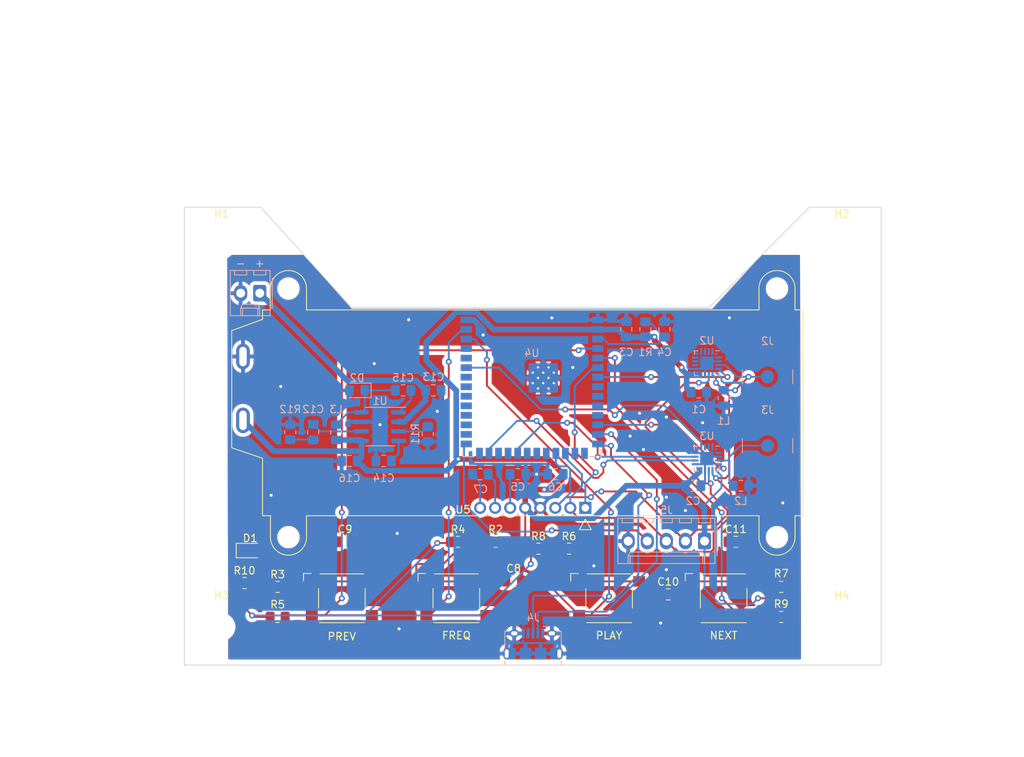
<source format=kicad_pcb>
(kicad_pcb (version 20221018) (generator pcbnew)
  (title_block (title "Phone Audio FM Transmitter") (date "2023-03-05") (rev "1") (company "Team 18"))
  (layers (0 "F.Cu" signal) (31 "B.Cu" signal) (34 "B.Paste" user) (35 "F.Paste" user) (36 "B.SilkS" user "B.Silkscreen") (37 "F.SilkS" user "F.Silkscreen") (38 "B.Mask" user) (39 "F.Mask" user) (44 "Edge.Cuts" user))
  (net 0 "")
  (net 1 "GND")
  (net 2 "+3.3V")
  (net 3 "Net-(U4-EN)")
  (net 4 "Net-(U5-VOUT)")
  (net 5 "Net-(U5-C1+)")
  (net 6 "Net-(U5-C1-)")
  (net 7 "Net-(C8-Pad1)")
  (net 8 "Net-(C9-Pad1)")
  (net 9 "Net-(C10-Pad1)")
  (net 10 "Net-(C11-Pad1)")
  (net 11 "Net-(U1-COMP)")
  (net 12 "Net-(C12-Pad2)")
  (net 13 "Net-(J1-Pin_1)")
  (net 14 "Net-(U1-SS)")
  (net 15 "Net-(U1-BOOT)")
  (net 16 "Net-(D2-K)")
  (net 17 "Net-(D1-A)")
  (net 18 "Net-(J2-In)")
  (net 19 "Net-(J3-In)")
  (net 21 "/USB_D-")
  (net 22 "/USB_D+")
  (net 24 "/I2C_SDA")
  (net 25 "/I2C_SCL")
  (net 26 "/User Interface/BOOT")
  (net 27 "/User Interface/CHANGE_FREQ")
  (net 28 "/User Interface/PREV")
  (net 29 "/User Interface/PLAY{slash}PAUSE")
  (net 30 "/User Interface/NEXT")
  (net 31 "Net-(U1-ROSC)")
  (net 34 "/RX_RST")
  (net 44 "/TX_RST")
  (net 45 "/I2S_DATA")
  (net 46 "/I2S_LRCLK")
  (net 47 "/I2S_BCLK")
  (net 51 "/User Interface/DISP_RST")
  (footprint "Resistor_SMD:R_0805_2012Metric_Pad1.20x1.40mm_HandSolder" (layer "F.Cu") (at 116.586 94.488)
    (fp_text reference "R10")
    (fp_text value "10k")
  )
  (footprint "MountingHole:MountingHole_3.2mm_M3" (layer "F.Cu") (at 113.538 100.33)
    (fp_text reference "H3")
    (fp_text value "MountingHole")
  )
  (footprint "Resistor_SMD:R_0805_2012Metric_Pad1.20x1.40mm_HandSolder" (layer "F.Cu") (at 188 99 180)
    (fp_text reference "R9")
    (fp_text value "100k")
  )
  (footprint "Capacitor_SMD:C_0805_2012Metric_Pad1.18x1.45mm_HandSolder" (layer "F.Cu") (at 181.9625 89)
    (fp_text reference "C11")
    (fp_text value "1uF")
  )
  (footprint "MountingHole:MountingHole_3.2mm_M3" (layer "F.Cu") (at 113.538 49.53)
    (fp_text reference "H1")
    (fp_text value "MountingHole")
  )
  (footprint "MountingHole:MountingHole_3.2mm_M3" (layer "F.Cu") (at 196.088 49.53)
    (fp_text reference "H2")
    (fp_text value "MountingHole")
  )
  (footprint "Resistor_SMD:R_0805_2012Metric_Pad1.20x1.40mm_HandSolder" (layer "F.Cu") (at 188 95 180)
    (fp_text reference "R7")
    (fp_text value "10k")
  )
  (footprint "Resistor_SMD:R_0805_2012Metric_Pad1.20x1.40mm_HandSolder" (layer "F.Cu") (at 145 89)
    (fp_text reference "R4")
    (fp_text value "100k")
  )
  (footprint "Capacitor_SMD:C_0805_2012Metric_Pad1.18x1.45mm_HandSolder" (layer "F.Cu") (at 152.4 94.234)
    (fp_text reference "C8")
    (fp_text value "1uF")
  )
  (footprint "Resistor_SMD:R_0805_2012Metric_Pad1.20x1.40mm_HandSolder" (layer "F.Cu") (at 159.766 89.916)
    (fp_text reference "R6")
    (fp_text value "10k")
  )
  (footprint "Button_Switch_SMD:SW_SPST_Omron_B3FS-101xP" (layer "F.Cu") (at 180.34 96.52)
    (fp_text reference "SW4" hide)
    (fp_text value "SW_Push")
  )
  (footprint "Resistor_SMD:R_0805_2012Metric_Pad1.20x1.40mm_HandSolder" (layer "F.Cu") (at 155.702 89.916)
    (fp_text reference "R8")
    (fp_text value "100k")
  )
  (footprint "Display:NHD-C0220BiZ" (layer "F.Cu") (at 154.94 68.58)
    (fp_text reference "U5")
    (fp_text value "NHD-C0220BIZ")
  )
  (footprint "Button_Switch_SMD:SW_SPST_Omron_B3FS-101xP" (layer "F.Cu") (at 129.54 96.52)
    (fp_text reference "SW2" hide)
    (fp_text value "SW_Push")
  )
  (footprint "Button_Switch_SMD:SW_SPST_Omron_B3FS-101xP" (layer "F.Cu") (at 144.78 96.52)
    (fp_text reference "SW1" hide)
    (fp_text value "SW_Push")
  )
  (footprint "Capacitor_SMD:C_0805_2012Metric_Pad1.18x1.45mm_HandSolder" (layer "F.Cu") (at 172.9625 96)
    (fp_text reference "C10")
    (fp_text value "1uF")
  )
  (footprint "Resistor_SMD:R_0805_2012Metric_Pad1.20x1.40mm_HandSolder" (layer "F.Cu") (at 150 89)
    (fp_text reference "R2")
    (fp_text value "10k")
  )
  (footprint "Resistor_SMD:R_0805_2012Metric_Pad1.20x1.40mm_HandSolder" (layer "F.Cu") (at 121 95)
    (fp_text reference "R3")
    (fp_text value "10k")
  )
  (footprint "LED_SMD:LED_0805_2012Metric_Pad1.15x1.40mm_HandSolder" (layer "F.Cu") (at 117.348 90.17)
    (fp_text reference "D1")
    (fp_text value "LED")
  )
  (footprint "MountingHole:MountingHole_3.2mm_M3" (layer "F.Cu") (at 196.088 100.33)
    (fp_text reference "H4")
    (fp_text value "MountingHole")
  )
  (footprint "Resistor_SMD:R_0805_2012Metric_Pad1.20x1.40mm_HandSolder" (layer "F.Cu") (at 121 99)
    (fp_text reference "R5")
    (fp_text value "100k")
  )
  (footprint "Capacitor_SMD:C_0805_2012Metric_Pad1.18x1.45mm_HandSolder" (layer "F.Cu") (at 129.9625 89)
    (fp_text reference "C9")
    (fp_text value "1uF")
  )
  (footprint "Button_Switch_SMD:SW_SPST_Omron_B3FS-101xP" (layer "F.Cu") (at 165.1 96.52)
    (fp_text reference "SW3" hide)
    (fp_text value "SW_Push")
  )
  (footprint "Capacitor_SMD:C_0805_2012Metric_Pad1.18x1.45mm_HandSolder" (layer "B.Cu") (at 172.466 60.706 -90)
    (fp_text reference "C4")
    (fp_text value "1uF")
  )
  (footprint "Capacitor_SMD:C_0805_2012Metric_Pad1.18x1.45mm_HandSolder" (layer "B.Cu") (at 152.9625 80)
    (fp_text reference "C5")
    (fp_text value "1uF")
  )
  (footprint "Capacitor_SMD:C_0805_2012Metric_Pad1.18x1.45mm_HandSolder" (layer "B.Cu") (at 130.556 78.232 180)
    (fp_text reference "C16")
    (fp_text value "22uF")
  )
  (footprint "Resistor_SMD:R_0805_2012Metric_Pad1.20x1.40mm_HandSolder" (layer "B.Cu") (at 140.97 74.66 -90)
    (fp_text reference "R11")
    (fp_text value "82k")
  )
  (footprint "Capacitor_SMD:C_0805_2012Metric_Pad1.18x1.45mm_HandSolder" (layer "B.Cu") (at 125.73 74.4005 -90)
    (fp_text reference "C12")
    (fp_text value "0.22uF")
  )
  (footprint "Inductor_SMD:L_0805_2012Metric_Pad1.15x1.40mm_HandSolder" (layer "B.Cu") (at 182.626 81.534 180)
    (fp_text reference "L2")
    (fp_text value "120nH")
  )
  (footprint "Diode_SMD:D_0805_2012Metric_Pad1.15x1.40mm_HandSolder" (layer "B.Cu") (at 131.572 68.834 180)
    (fp_text reference "D2")
    (fp_text value "D_Schottky")
  )
  (footprint "Inductor_SMD:L_0805_2012Metric_Pad1.15x1.40mm_HandSolder" (layer "B.Cu") (at 128.778 74.422 -90)
    (fp_text reference "L3")
    (fp_text value "13uH")
  )
  (footprint "Connector_USB:USB_Micro-B_Amphenol_10118194_Horizontal" (layer "B.Cu") (at 154.98 102.586 180)
    (fp_text reference "J4")
    (fp_text value "USB_B_Micro")
  )
  (footprint "Capacitor_SMD:C_0805_2012Metric_Pad1.18x1.45mm_HandSolder" (layer "B.Cu") (at 157.9625 80)
    (fp_text reference "C6")
    (fp_text value "10uF")
  )
  (footprint "Connector_Coaxial:SMA_Amphenol_132134-10_Vertical" (layer "B.Cu") (at 186.182 67.03 180)
    (fp_text reference "J2")
    (fp_text value "Conn_Coaxial")
  )
  (footprint "Capacitor_SMD:C_0805_2012Metric_Pad1.18x1.45mm_HandSolder" (layer "B.Cu") (at 167.386 60.706 -90)
    (fp_text reference "C3")
    (fp_text value "10uF")
  )
  (footprint "Connector_Molex:Molex_KK-254_AE-6410-02A_1x02_P2.54mm_Vertical" (layer "B.Cu") (at 118.618 55.9 180)
    (fp_text reference "J1" hide)
    (fp_text value "Vin")
  )
  (footprint "Capacitor_SMD:C_0805_2012Metric_Pad1.18x1.45mm_HandSolder" (layer "B.Cu") (at 176.276 81.534 180)
    (fp_text reference "C2")
    (fp_text value "10uF")
  )
  (footprint "Package_DFN_QFN:SiliconLabs_QFN-20-1EP_3x3mm_P0.5mm_EP1.8x1.8mm" (layer "B.Cu") (at 178.112 77.92 180)
    (fp_text reference "U3")
    (fp_text value "Si4711")
  )
  (footprint "Capacitor_SMD:C_0805_2012Metric_Pad1.18x1.45mm_HandSolder" (layer "B.Cu") (at 147.9625 80 180)
    (fp_text reference "C7")
    (fp_text value "1uF")
  )
  (footprint "RF_Module:ESP32-S3-WROOM-1" (layer "B.Cu") (at 154.84 64.72 180)
    (fp_text reference "U4")
    (fp_text value "ESP32-S3-WROOM-1")
  )
  (footprint "Capacitor_SMD:C_0805_2012Metric_Pad1.18x1.45mm_HandSolder" (layer "B.Cu") (at 135.1065 78.232 180)
    (fp_text reference "C14")
    (fp_text value "12nF")
  )
  (footprint "Inductor_SMD:L_0805_2012Metric_Pad1.15x1.40mm_HandSolder" (layer "B.Cu") (at 180.34 69.85 90)
    (fp_text reference "L1")
    (fp_text value "120nH")
  )
  (footprint "Resistor_SMD:R_0805_2012Metric_Pad1.20x1.40mm_HandSolder" (layer "B.Cu") (at 122.682 74.4005 90)
    (fp_text reference "R12")
    (fp_text value "2.2k")
  )
  (footprint "Capacitor_SMD:C_0805_2012Metric_Pad1.18x1.45mm_HandSolder" (layer "B.Cu") (at 141.7105 68.834)
    (fp_text reference "C13")
    (fp_text value "22uF")
  )
  (footprint "Capacitor_SMD:C_0805_2012Metric_Pad1.18x1.45mm_HandSolder" (layer "B.Cu") (at 137.6895 68.834 180)
    (fp_text reference "C15")
    (fp_text value "0.1uF")
  )
  (footprint "Resistor_SMD:R_0805_2012Metric_Pad1.20x1.40mm_HandSolder" (layer "B.Cu") (at 169.926 60.706 -90)
    (fp_text reference "R1")
    (fp_text value "10k")
  )
  (footprint "Connector_Coaxial:SMA_Amphenol_132134-10_Vertical" (layer "B.Cu") (at 186.182 76.2 180)
    (fp_text reference "J3")
    (fp_text value "Conn_Coaxial")
  )
  (footprint "Connector_Molex:Molex_KK-254_AE-6410-05A_1x05_P2.54mm_Vertical" (layer "B.Cu") (at 177.8 88.9 180)
    (fp_text reference "J5")
    (fp_text value "Test Point")
  )
  (footprint "Capacitor_SMD:C_0805_2012Metric_Pad1.18x1.45mm_HandSolder" (layer "B.Cu") (at 177.038 69.088 180)
    (fp_text reference "C1")
    (fp_text value "10uF")
  )
  (footprint "Package_SO:SOIC-8_3.9x4.9mm_P1.27mm" (layer "B.Cu") (at 134.62 73.66 180)
    (fp_text reference "U1")
    (fp_text value "TPS5403")
  )
  (footprint "Package_DFN_QFN:SiliconLabs_QFN-20-1EP_3x3mm_P0.5mm_EP1.8x1.8mm" (layer "B.Cu") (at 178.112 65.22 180)
    (fp_text reference "U2")
    (fp_text value "Si4706")
  )
  (gr_poly (pts (xy 201.295 105.41) (xy 201.295 44.45) (xy 191.77 44.45) (xy 178.435 57.785) (xy 130.81 57.785) (xy 118.745 44.45) (xy 108.585 44.45) (xy 108.585 105.41)) (stroke (width 0.1)) (fill none) (layer "Edge.Cuts"))
  (via (at 188.214 83.82) (size 0.8) (drill 0.4) (layers "F.Cu" "B.Cu") (net 1))
  (via (at 133.858 65.278) (size 0.8) (drill 0.4) (layers "F.Cu" "B.Cu") (net 1))
  (via (at 172.72 72.39) (size 0.8) (drill 0.4) (layers "F.Cu" "B.Cu") (net 1))
  (via (at 160.274 65.786) (size 0.8) (drill 0.4) (layers "F.Cu" "B.Cu") (net 1))
  (via (at 136.906 87.884) (size 0.8) (drill 0.4) (layers "F.Cu" "B.Cu") (net 1))
  (via (at 121.412 68.326) (size 0.8) (drill 0.4) (layers "F.Cu" "B.Cu") (net 1))
  (via (at 172.72 92.71) (size 0.8) (drill 0.4) (layers "F.Cu" "B.Cu") (net 1))
  (via (at 163.068 92.202) (size 0.8) (drill 0.4) (layers "F.Cu" "B.Cu") (net 1))
  (via (at 175.26 84.836) (size 0.8) (drill 0.4) (layers "F.Cu" "B.Cu") (net 1))
  (via (at 134.62 73.406) (size 0.8) (drill 0.4) (layers "F.Cu" "B.Cu") (net 1))
  (via (at 120.142 82.804) (size 0.8) (drill 0.4) (layers "F.Cu" "B.Cu") (net 1))
  (via (at 167.894 74.93) (size 0.8) (drill 0.4) (layers "F.Cu" "B.Cu") (net 1))
  (via (at 137.16 100.584) (size 0.8) (drill 0.4) (layers "F.Cu" "B.Cu") (net 1))
  (via (at 155.448 80.01) (size 0.8) (drill 0.4) (layers "F.Cu" "B.Cu") (net 1))
  (via (at 172.72 83.058) (size 0.8) (drill 0.4) (layers "F.Cu" "B.Cu") (net 1))
  (via (at 177.546 73.152) (size 0.8) (drill 0.4) (layers "F.Cu" "B.Cu") (net 1))
  (via (at 157.48 59.182) (size 0.8) (drill 0.4) (layers "F.Cu" "B.Cu") (net 1))
  (via (at 169.164 71.882) (size 0.8) (drill 0.4) (layers "F.Cu" "B.Cu") (net 1))
  (via (at 142.24 71.628) (size 0.8) (drill 0.4) (layers "F.Cu" "B.Cu") (net 1))
  (via (at 138.43 59.436) (size 0.8) (drill 0.4) (layers "F.Cu" "B.Cu") (net 1))
  (via (at 171.958 99.822) (size 0.8) (drill 0.4) (layers "F.Cu" "B.Cu") (net 1))
  (via (at 169.672 76.708) (size 0.8) (drill 0.4) (layers "F.Cu" "B.Cu") (net 1))
  (via (at 148.336 61.468) (size 0.8) (drill 0.4) (layers "F.Cu" "B.Cu") (net 1))
  (via (at 181.102 59.182) (size 0.8) (drill 0.4) (layers "F.Cu" "B.Cu") (net 1))
  (segment (start 178.362 64.97) (end 179.662 64.97) (width 0.254) (layer "B.Cu") (net 1))
  (segment (start 178.112 65.22) (end 177.862 65.47) (width 0.254) (layer "B.Cu") (net 1))
  (segment (start 178.112 77.92) (end 178.362 77.67) (width 0.254) (layer "B.Cu") (net 1))
  (segment (start 175.761 76.955) (end 173.99 75.184) (width 0.762) (layer "B.Cu") (net 1))
  (segment (start 178.112 65.22) (end 178.362 64.97) (width 0.254) (layer "B.Cu") (net 1))
  (segment (start 177.862 80.9855) (end 177.3135 81.534) (width 0.254) (layer "B.Cu") (net 1))
  (segment (start 176.777 76.955) (end 176.562 77.17) (width 0.254) (layer "B.Cu") (net 1))
  (segment (start 177.362 65.97) (end 176.562 65.97) (width 0.254) (layer "B.Cu") (net 1))
  (segment (start 176.746 63.97) (end 176.276 63.5) (width 0.254) (layer "B.Cu") (net 1))
  (segment (start 177.385 77.193) (end 176.585 77.193) (width 0.254) (layer "B.Cu") (net 1))
  (segment (start 175.761 76.955) (end 176.008 76.708) (width 0.762) (layer "B.Cu") (net 1))
  (segment (start 176.862 63.97) (end 176.746 63.97) (width 0.254) (layer "B.Cu") (net 1))
  (segment (start 178.112 77.92) (end 177.385 77.193) (width 0.254) (layer "B.Cu") (net 1))
  (segment (start 177.862 78.17) (end 177.862 79.47) (width 0.254) (layer "B.Cu") (net 1))
  (segment (start 179.362 66.47) (end 180.051 67.159) (width 0.254) (layer "B.Cu") (net 1))
  (segment (start 175.698 65.97) (end 175.514 65.786) (width 0.254) (layer "B.Cu") (net 1))
  (segment (start 178.362 77.67) (end 179.662 77.67) (width 0.254) (layer "B.Cu") (net 1))
  (segment (start 178.112 77.92) (end 177.362 78.67) (width 0.254) (layer "B.Cu") (net 1))
  (segment (start 176.008 76.708) (end 176.53 76.708) (width 0.762) (layer "B.Cu") (net 1))
  (segment (start 176.862 76.87) (end 176.777 76.955) (width 0.254) (layer "B.Cu") (net 1))
  (segment (start 180.051 67.159) (end 180.051 67.529) (width 0.254) (layer "B.Cu") (net 1))
  (segment (start 177.862 65.47) (end 177.862 66.77) (width 0.254) (layer "B.Cu") (net 1))
  (segment (start 175.514 65.786) (end 175.514 65.024) (width 0.254) (layer "B.Cu") (net 1))
  (segment (start 180.051 67.529) (end 180.34 67.818) (width 0.254) (layer "B.Cu") (net 1))
  (segment (start 147.091526 59.46) (end 148.336 60.704474) (width 0.762) (layer "B.Cu") (net 1))
  (segment (start 176.862 76.67) (end 176.862 76.87) (width 0.254) (layer "B.Cu") (net 1))
  (segment (start 177.362 78.67) (end 176.562 78.67) (width 0.254) (layer "B.Cu") (net 1))
  (segment (start 178.112 65.22) (end 177.362 65.97) (width 0.254) (layer "B.Cu") (net 1))
  (segment (start 176.585 77.193) (end 176.562 77.17) (width 0.254) (layer "B.Cu") (net 1))
  (segment (start 177.862 79.47) (end 177.862 80.9855) (width 0.254) (layer "B.Cu") (net 1))
  (segment (start 148.336 60.704474) (end 148.336 61.468) (width 0.762) (layer "B.Cu") (net 1))
  (segment (start 180.34 67.818) (end 181.61 67.818) (width 0.254) (layer "B.Cu") (net 1))
  (segment (start 146.09 59.46) (end 147.091526 59.46) (width 0.762) (layer "B.Cu") (net 1))
  (segment (start 176.562 65.97) (end 175.698 65.97) (width 0.254) (layer "B.Cu") (net 1))
  (segment (start 178.112 77.92) (end 177.862 78.17) (width 0.254) (layer "B.Cu") (net 1))
  (segment (start 154.178 82.042) (end 153.94 82.28) (width 0.762) (layer "F.Cu") (net 2))
  (segment (start 154.702 91.932) (end 154.686 91.948) (width 0.254) (layer "F.Cu") (net 2))
  (segment (start 189 99) (end 186.52 96.52) (width 0.254) (layer "F.Cu") (net 2))
  (segment (start 186.52 96.52) (end 184.912 96.52) (width 0.254) (layer "F.Cu") (net 2))
  (segment (start 159 80) (end 158.826181 80) (width 0.254) (layer "F.Cu") (net 2))
  (segment (start 157.48 82.042) (end 156.464 82.042) (width 0.762) (layer "F.Cu") (net 2))
  (segment (start 156.464 82.042) (end 154.178 82.042) (width 0.762) (layer "F.Cu") (net 2))
  (segment (start 171.1415 61.722) (end 171.1415 62.1755) (width 0.762) (layer "F.Cu") (net 2))
  (segment (start 115.586 94.488) (end 115.586 96.79) (width 0.254) (layer "F.Cu") (net 2))
  (segment (start 156.978 77.978) (end 145.034 77.978) (width 0.762) (layer "F.Cu") (net 2))
  (segment (start 154.702 89.916) (end 154.702 91.932) (width 0.254) (layer "F.Cu") (net 2))
  (segment (start 158.826181 80.695819) (end 157.48 82.042) (width 0.762) (layer "F.Cu") (net 2))
  (segment (start 153.94 89.154) (end 153.94 84.48) (width 0.254) (layer "F.Cu") (net 2))
  (segment (start 159 80) (end 156.978 77.978) (width 0.762) (layer "F.Cu") (net 2))
  (segment (start 143.846 89.154) (end 144 89) (width 0.254) (layer "F.Cu") (net 2))
  (segment (start 115.586 96.79) (end 117.602 98.806) (width 0.254) (layer "F.Cu") (net 2))
  (segment (start 142.24 89.154) (end 143.846 89.154) (width 0.254) (layer "F.Cu") (net 2))
  (segment (start 117.796 99) (end 117.602 98.806) (width 0.254) (layer "F.Cu") (net 2))
  (segment (start 171.1415 62.1755) (end 174.752 65.786) (width 0.762) (layer "F.Cu") (net 2))
  (segment (start 153.94 82.28) (end 153.94 84.48) (width 0.762) (layer "F.Cu") (net 2))
  (segment (start 154.702 89.916) (end 153.94 89.154) (width 0.254) (layer "F.Cu") (net 2))
  (segment (start 158.826181 80) (end 158.826181 80.695819) (width 0.762) (layer "F.Cu") (net 2))
  (segment (start 120 99) (end 117.796 99) (width 0.254) (layer "F.Cu") (net 2))
  (via (at 117.602 98.806) (size 0.8) (drill 0.4) (layers "F.Cu" "B.Cu") (net 2))
  (via (at 142.24 89.154) (size 0.8) (drill 0.4) (layers "F.Cu" "B.Cu") (net 2))
  (via (at 145.034 77.978) (size 0.8) (drill 0.4) (layers "F.Cu" "B.Cu") (net 2))
  (via (at 156.464 82.042) (size 0.8) (drill 0.4) (layers "F.Cu" "B.Cu") (net 2))
  (via (at 184.912 96.52) (size 0.8) (drill 0.4) (layers "F.Cu" "B.Cu") (net 2))
  (via (at 154.686 91.948) (size 0.8) (drill 0.4) (layers "F.Cu" "B.Cu") (net 2))
  (via (at 171.1415 61.722) (size 0.8) (drill 0.4) (layers "F.Cu" "B.Cu") (net 2))
  (via (at 174.752 65.786) (size 0.8) (drill 0.4) (layers "F.Cu" "B.Cu") (net 2))
  (segment (start 132.145 77.6805) (end 131.5935 78.232) (width 0.762) (layer "B.Cu") (net 2))
  (segment (start 144.759 68.857289) (end 144.759 77.703) (width 0.762) (layer "B.Cu") (net 2))
  (segment (start 169.926 61.706) (end 171.1255 61.706) (width 0.762) (layer "B.Cu") (net 2))
  (segment (start 116.39 72.83) (end 120.486 76.926) (width 0.762) (layer "B.Cu") (net 2))
  (segment (start 167.386 81.534) (end 175.2385 81.534) (width 0.762) (layer "B.Cu") (net 2))
  (segment (start 117.602 98.806) (end 132.588 98.806) (width 0.254) (layer "B.Cu") (net 2))
  (segment (start 120.486 76.926) (end 132.109 76.926) (width 0.762) (layer "B.Cu") (net 2))
  (segment (start 171.1255 61.706) (end 171.1415 61.722) (width 0.762) (layer "B.Cu") (net 2))
  (segment (start 175.427736 68.515236) (end 175.427736 66.701) (width 0.762) (layer "B.Cu") (net 2))
  (segment (start 163.059 85.861) (end 167.386 81.534) (width 0.762) (layer "B.Cu") (net 2))
  (segment (start 176.0005 69.088) (end 175.427736 68.515236) (width 0.762) (layer "B.Cu") (net 2))
  (segment (start 176.784 66.701) (end 177.131 66.701) (width 0.762) (layer "B.Cu") (net 2))
  (segment (start 175.26 81.534) (end 177.131 79.663) (width 0.762) (layer "B.Cu") (net 2))
  (segment (start 174.752 65.786) (end 174.752 66.025264) (width 0.762) (layer "B.Cu") (net 2))
  (segment (start 177.8 95.262134) (end 177.8 88.9) (width 0.254) (layer "B.Cu") (net 2))
  (segment (start 147.828 98.806) (end 132.588 98.806) (width 0.254) (layer "B.Cu") (net 2))
  (segment (start 132.109 76.926) (end 132.145 76.962) (width 0.762) (layer "B.Cu") (net 2))
  (segment (start 159 80) (end 156.958 82.042) (width 0.762) (layer "B.Cu") (net 2))
  (segment (start 143.474 79.538) (end 132.8995 79.538) (width 0.762) (layer "B.Cu") (net 2))
  (segment (start 175.2385 81.534) (end 175.2385 82.0205) (width 0.762) (layer "B.Cu") (net 2))
  (segment (start 184.185 97.247) (end 179.784866 97.247) (width 0.254) (layer "B.Cu") (net 2))
  (segment (start 149.722 60.73) (end 147.412 58.42) (width 0.762) (layer "B.Cu") (net 2))
  (segment (start 175.2385 81.534) (end 175.26 81.534) (width 0.762) (layer "B.Cu") (net 2))
  (segment (start 132.588 98.806) (end 142.24 89.154) (width 0.254) (layer "B.Cu") (net 2))
  (segment (start 177.131 79.663) (end 177.131 79.47) (width 0.762) (layer "B.Cu") (net 2))
  (segment (start 156.958 82.042) (end 156.464 82.042) (width 0.762) (layer "B.Cu") (net 2))
  (segment (start 166.3725 60.73) (end 167.386 61.7435) (width 0.762) (layer "B.Cu") (net 2))
  (segment (start 175.2385 82.0205) (end 177.546 84.328) (width 0.762) (layer "B.Cu") (net 2))
  (segment (start 169.8885 61.7435) (end 169.926 61.706) (width 0.762) (layer "B.Cu") (net 2))
  (segment (start 177.546 84.328) (end 177.8 84.582) (width 0.762) (layer "B.Cu") (net 2))
  (segment (start 145.034 77.978) (end 143.474 79.538) (width 0.762) (layer "B.Cu") (net 2))
  (segment (start 132.027 75.447) (end 132.145 75.565) (width 0.762) (layer "B.Cu") (net 2))
  (segment (start 163.59 60.73) (end 166.3725 60.73) (width 0.762) (layer "B.Cu") (net 2))
  (segment (start 179.362 79.527866) (end 180.051 80.216866) (width 0.254) (layer "B.Cu") (net 2))
  (segment (start 174.752 66.025264) (end 175.427736 66.701) (width 0.762) (layer "B.Cu") (net 2))
  (segment (start 167.386 61.7435) (end 169.8885 61.7435) (width 0.762) (layer "B.Cu") (net 2))
  (segment (start 163.59 60.73) (end 149.722 60.73) (width 0.762) (layer "B.Cu") (net 2))
  (segment (start 140.769185 62.418815) (end 140.769185 64.867474) (width 0.762) (layer "B.Cu") (net 2))
  (segment (start 144.759 77.703) (end 145.034 77.978) (width 0.762) (layer "B.Cu") (net 2))
  (segment (start 132.145 76.962) (end 132.145 77.6805) (width 0.762) (layer "B.Cu") (net 2))
  (segment (start 132.8995 79.538) (end 131.5935 78.232) (width 0.762) (layer "B.Cu") (net 2))
  (segment (start 140.769185 64.867474) (end 144.759 68.857289) (width 0.762) (layer "B.Cu") (net 2))
  (segment (start 177.8 84.582) (end 177.8 88.9) (width 0.762) (layer "B.Cu") (net 2))
  (segment (start 179.784866 97.247) (end 177.8 95.262134) (width 0.254) (layer "B.Cu") (net 2))
  (segment (start 153.94 84.48) (end 155.321 85.861) (width 0.762) (layer "B.Cu") (net 2))
  (segment (start 180.051 80.216866) (end 180.051 81.823) (width 0.254) (layer "B.Cu") (net 2))
  (segment (start 184.912 96.52) (end 184.185 97.247) (width 0.254) (layer "B.Cu") (net 2))
  (segment (start 155.321 85.861) (end 163.059 85.861) (width 0.762) (layer "B.Cu") (net 2))
  (segment (start 147.412 58.42) (end 144.768 58.42) (width 0.762) (layer "B.Cu") (net 2))
  (segment (start 154.686 91.948) (end 147.828 98.806) (width 0.254) (layer "B.Cu") (net 2))
  (segment (start 128.778 75.447) (end 132.027 75.447) (width 0.762) (layer "B.Cu") (net 2))
  (segment (start 179.362 79.17) (end 179.362 79.527866) (width 0.254) (layer "B.Cu") (net 2))
  (segment (start 180.051 81.823) (end 177.546 84.328) (width 0.254) (layer "B.Cu") (net 2))
  (segment (start 132.145 75.565) (end 132.145 76.962) (width 0.762) (layer "B.Cu") (net 2))
  (segment (start 175.427736 66.701) (end 176.784 66.701) (width 0.762) (layer "B.Cu") (net 2))
  (segment (start 144.768 58.42) (end 140.769185 62.418815) (width 0.762) (layer "B.Cu") (net 2))
  (segment (start 169.926 59.706) (end 170.4285 59.706) (width 0.254) (layer "B.Cu") (net 3))
  (segment (start 171.5515 62.658) (end 165.02 62.658) (width 0.254) (layer "B.Cu") (net 3))
  (segment (start 172.466 61.7435) (end 171.5515 62.658) (width 0.254) (layer "B.Cu") (net 3))
  (segment (start 165.02 62.658) (end 164.362 62) (width 0.254) (layer "B.Cu") (net 3))
  (segment (start 164.362 62) (end 163.59 62) (width 0.254) (layer "B.Cu") (net 3))
  (segment (start 170.4285 59.706) (end 172.466 61.7435) (width 0.254) (layer "B.Cu") (net 3))
  (segment (start 151.925 80) (end 151.94 80.015) (width 0.254) (layer "B.Cu") (net 4))
  (segment (start 151.94 80.015) (end 151.94 84.48) (width 0.254) (layer "B.Cu") (net 4))
  (segment (start 149 80) (end 149.94 80.94) (width 0.254) (layer "B.Cu") (net 5))
  (segment (start 149.94 80.94) (end 149.94 84.48) (width 0.254) (layer "B.Cu") (net 5))
  (segment (start 147.94 81.015) (end 147.94 84.48) (width 0.254) (layer "B.Cu") (net 6))
  (segment (start 146.925 80) (end 147.94 81.015) (width 0.254) (layer "B.Cu") (net 6))
  (segment (start 140.78 94.27) (end 148.78 94.27) (width 0.254) (layer "F.Cu") (net 7))
  (segment (start 148.78 94.27) (end 148.78 91.22) (width 0.254) (layer "F.Cu") (net 7))
  (segment (start 151.3265 94.27) (end 148.78 94.27) (width 0.254) (layer "F.Cu") (net 7))
  (segment (start 148.78 91.22) (end 151 89) (width 0.254) (layer "F.Cu") (net 7))
  (segment (start 151.3625 94.234) (end 151.3265 94.27) (width 0.254) (layer "F.Cu") (net 7))
  (segment (start 128.925 89) (end 125.54 92.385) (width 0.254) (layer "F.Cu") (net 8))
  (segment (start 122 95) (end 122.73 94.27) (width 0.254) (layer "F.Cu") (net 8))
  (segment (start 125.54 92.385) (end 125.54 94.27) (width 0.254) (layer "F.Cu") (net 8))
  (segment (start 122.73 94.27) (end 125.54 94.27) (width 0.254) (layer "F.Cu") (net 8))
  (segment (start 125.54 94.27) (end 133.54 94.27) (width 0.254) (layer "F.Cu") (net 8))
  (segment (start 160.766 89.916) (end 161.1 90.25) (width 0.254) (layer "F.Cu") (net 9))
  (segment (start 169.1 94.27) (end 170.195 94.27) (width 0.254) (layer "F.Cu") (net 9))
  (segment (start 161.1 90.25) (end 161.1 94.27) (width 0.254) (layer "F.Cu") (net 9))
  (segment (start 161.1 94.27) (end 169.1 94.27) (width 0.254) (layer "F.Cu") (net 9))
  (segment (start 170.195 94.27) (end 171.925 96) (width 0.254) (layer "F.Cu") (net 9))
  (segment (start 187 95) (end 186.27 94.27) (width 0.254) (layer "F.Cu") (net 10))
  (segment (start 180.925 89) (end 184.34 92.415) (width 0.254) (layer "F.Cu") (net 10))
  (segment (start 184.34 94.27) (end 176.34 94.27) (width 0.254) (layer "F.Cu") (net 10))
  (segment (start 186.27 94.27) (end 184.34 94.27) (width 0.254) (layer "F.Cu") (net 10))
  (segment (start 184.34 92.415) (end 184.34 94.27) (width 0.254) (layer "F.Cu") (net 10))
  (segment (start 132.141 74.299) (end 132.145 74.295) (width 0.254) (layer "B.Cu") (net 11))
  (segment (start 125.73 73.363) (end 126.666 74.299) (width 0.254) (layer "B.Cu") (net 11))
  (segment (start 126.666 74.299) (end 132.141 74.299) (width 0.254) (layer "B.Cu") (net 11))
  (segment (start 125.6925 75.4005) (end 125.73 75.438) (width 0.254) (layer "B.Cu") (net 12))
  (segment (start 122.682 75.4005) (end 125.6925 75.4005) (width 0.254) (layer "B.Cu") (net 12))
  (segment (start 140.673 68.792289) (end 140.673 68.834) (width 0.762) (layer "B.Cu") (net 13))
  (segment (start 130.246 67.528) (end 139.408711 67.528) (width 0.762) (layer "B.Cu") (net 13))
  (segment (start 137.47458 73.025) (end 137.095 73.025) (width 0.254) (layer "B.Cu") (net 13))
  (segment (start 118.618 55.9) (end 130.246 67.528) (width 0.762) (layer "B.Cu") (net 13))
  (segment (start 140.673 68.834) (end 140.673 70.18579) (width 0.762) (layer "B.Cu") (net 13))
  (segment (start 139.408711 67.528) (end 140.673 68.792289) (width 0.762) (layer "B.Cu") (net 13))
  (segment (start 140.673 70.18579) (end 137.83379 73.025) (width 0.762) (layer "B.Cu") (net 13))
  (segment (start 137.83379 73.025) (end 137.095 73.025) (width 0.762) (layer "B.Cu") (net 13))
  (segment (start 137.095 77.281) (end 136.144 78.232) (width 0.254) (layer "B.Cu") (net 14))
  (segment (start 137.095 75.565) (end 137.095 77.281) (width 0.254) (layer "B.Cu") (net 14))
  (segment (start 138.727 68.834) (end 138.727 70.123) (width 0.254) (layer "B.Cu") (net 15))
  (segment (start 138.727 70.123) (end 137.095 71.755) (width 0.254) (layer "B.Cu") (net 15))
  (segment (start 132.597 71.303) (end 132.145 71.755) (width 0.254) (layer "B.Cu") (net 16))
  (segment (start 128.778 73.397) (end 130.42 71.755) (width 0.254) (layer "B.Cu") (net 16))
  (segment (start 132.597 68.834) (end 136.652 68.834) (width 0.254) (layer "B.Cu") (net 16))
  (segment (start 130.42 71.755) (end 132.145 71.755) (width 0.254) (layer "B.Cu") (net 16))
  (segment (start 132.597 68.834) (end 132.597 71.303) (width 0.254) (layer "B.Cu") (net 16))
  (segment (start 117.586 90.957) (end 118.373 90.17) (width 0.254) (layer "F.Cu") (net 17))
  (segment (start 117.586 94.488) (end 117.586 90.957) (width 0.254) (layer "F.Cu") (net 17))
  (segment (start 181.864 68.834) (end 183.642 67.056) (width 0.254) (layer "F.Cu") (net 18))
  (segment (start 183.642 67.056) (end 183.642 67.03) (width 0.254) (layer "F.Cu") (net 18))
  (via (at 183.642 67.03) (size 0.8) (drill 0.4) (layers "F.Cu" "B.Cu") (net 18))
  (via (at 181.864 68.834) (size 0.8) (drill 0.4) (layers "F.Cu" "B.Cu") (net 18))
  (segment (start 183.642 67.03) (end 185.42 67.03) (width 0.254) (layer "B.Cu") (net 18))
  (segment (start 180.575 65.47) (end 182.135 67.03) (width 0.254) (layer "B.Cu") (net 18))
  (segment (start 181.855 68.825) (end 181.864 68.834) (width 0.254) (layer "B.Cu") (net 18))
  (segment (start 179.662 65.47) (end 180.575 65.47) (width 0.254) (layer "B.Cu") (net 18))
  (segment (start 180.34 68.825) (end 181.855 68.825) (width 0.254) (layer "B.Cu") (net 18))
  (segment (start 182.135 67.03) (end 183.642 67.03) (width 0.254) (layer "B.Cu") (net 18))
  (segment (start 181.601 81.534) (end 181.102 81.035) (width 0.254) (layer "B.Cu") (net 19))
  (segment (start 181.04 78.17) (end 179.662 78.17) (width 0.254) (layer "B.Cu") (net 19))
  (segment (start 181.04 78.17) (end 181.04 77.76755) (width 0.254) (layer "B.Cu") (net 19))
  (segment (start 182.60755 76.2) (end 185.42 76.2) (width 0.254) (layer "B.Cu") (net 19))
  (segment (start 181.102 81.035) (end 181.102 78.232) (width 0.254) (layer "B.Cu") (net 19))
  (segment (start 181.04 77.76755) (end 182.60755 76.2) (width 0.254) (layer "B.Cu") (net 19))
  (segment (start 181.102 78.232) (end 181.04 78.17) (width 0.254) (layer "B.Cu") (net 19))
  (segment (start 171.45 80.772) (end 165.354 74.676) (width 0.254) (layer "F.Cu") (net 21))
  (segment (start 171.45 83.312) (end 171.45 80.772) (width 0.254) (layer "F.Cu") (net 21))
  (via (at 171.45 83.312) (size 0.8) (drill 0.4) (layers "F.Cu" "B.Cu") (net 21))
  (via (at 165.354 74.676) (size 0.8) (drill 0.4) (layers "F.Cu" "B.Cu") (net 21))
  (segment (start 155.63 98.375) (end 155.703 98.302) (width 0.254) (layer "B.Cu") (net 21))
  (segment (start 163.614 74.676) (end 163.59 74.7) (width 0.254) (layer "B.Cu") (net 21))
  (segment (start 155.703 98.302) (end 164.734186 98.302) (width 0.254) (layer "B.Cu") (net 21))
  (segment (start 155.63 101.186) (end 155.63 98.375) (width 0.254) (layer "B.Cu") (net 21))
  (segment (start 165.354 74.676) (end 163.614 74.676) (width 0.254) (layer "B.Cu") (net 21))
  (segment (start 164.734186 98.302) (end 171.45 91.586186) (width 0.254) (layer "B.Cu") (net 21))
  (segment (start 171.45 91.586186) (end 171.45 83.312) (width 0.254) (layer "B.Cu") (net 21))
  (segment (start 170.434 82.804) (end 165.354 77.724) (width 0.254) (layer "F.Cu") (net 22))
  (segment (start 165.354 77.724) (end 165.354 76.2) (width 0.254) (layer "F.Cu") (net 22))
  (via (at 165.354 76.2) (size 0.8) (drill 0.4) (layers "F.Cu" "B.Cu") (net 22))
  (via (at 170.434 82.804) (size 0.8) (drill 0.4) (layers "F.Cu" "B.Cu") (net 22))
  (segment (start 164.798866 96.993) (end 165.401134 96.993) (width 0.254) (layer "B.Cu") (net 22))
  (segment (start 165.354 76.2) (end 163.82 76.2) (width 0.254) (layer "B.Cu") (net 22))
  (segment (start 163.82 76.2) (end 163.59 75.97) (width 0.254) (layer "B.Cu") (net 22))
  (segment (start 155.181866 96.169134) (end 163.975 96.169134) (width 0.254) (layer "B.Cu") (net 22))
  (segment (start 163.975 96.169134) (end 164.798866 96.993) (width 0.254) (layer "B.Cu") (net 22))
  (segment (start 154.98 101.186) (end 154.98 96.371) (width 0.254) (layer "B.Cu") (net 22))
  (segment (start 168.983 84.255) (end 170.434 82.804) (width 0.254) (layer "B.Cu") (net 22))
  (segment (start 154.98 96.371) (end 155.181866 96.169134) (width 0.254) (layer "B.Cu") (net 22))
  (segment (start 168.983 93.411134) (end 168.983 84.255) (width 0.254) (layer "B.Cu") (net 22))
  (segment (start 165.401134 96.993) (end 168.983 93.411134) (width 0.254) (layer "B.Cu") (net 22))
  (segment (start 176.784 87.376) (end 175.26 88.9) (width 0.254) (layer "F.Cu") (net 24))
  (segment (start 169.961 73.104866) (end 175.247866 67.818) (width 0.254) (layer "F.Cu") (net 24))
  (segment (start 178.617245 82.593111) (end 180.848 84.823866) (width 0.254) (layer "F.Cu") (net 24))
  (segment (start 178.828134 87.376) (end 176.784 87.376) (width 0.254) (layer "F.Cu") (net 24))
  (segment (start 162.6665 83.065426) (end 159.354574 83.065426) (width 0.254) (layer "F.Cu") (net 24))
  (segment (start 175.26 88.9) (end 168.656 82.296) (width 0.254) (layer "F.Cu") (net 24))
  (segment (start 178.617245 81.224755) (end 177.478621 81.224755) (width 0.254) (layer "F.Cu") (net 24))
  (segment (start 178.617245 81.224755) (end 178.617245 82.593111) (width 0.254) (layer "F.Cu") (net 24))
  (segment (start 175.247866 67.818) (end 177.038 67.818) (width 0.254) (layer "F.Cu") (net 24))
  (segment (start 168.656 82.296) (end 164.084 82.296) (width 0.254) (layer "F.Cu") (net 24))
  (segment (start 180.848 84.823866) (end 180.848 85.356134) (width 0.254) (layer "F.Cu") (net 24))
  (segment (start 180.848 85.356134) (end 178.828134 87.376) (width 0.254) (layer "F.Cu") (net 24))
  (segment (start 169.961 73.707134) (end 169.961 73.104866) (width 0.254) (layer "F.Cu") (net 24))
  (segment (start 159.354574 83.065426) (end 157.94 84.48) (width 0.254) (layer "F.Cu") (net 24))
  (segment (start 177.478621 81.224755) (end 169.961 73.707134) (width 0.254) (layer "F.Cu") (net 24))
  (via (at 162.6665 83.065426) (size 0.8) (drill 0.4) (layers "F.Cu" "B.Cu") (net 24))
  (via (at 164.084 82.296) (size 0.8) (drill 0.4) (layers "F.Cu" "B.Cu") (net 24))
  (via (at 178.617245 81.224755) (size 0.8) (drill 0.4) (layers "F.Cu" "B.Cu") (net 24))
  (via (at 177.038 67.818) (size 0.8) (drill 0.4) (layers "F.Cu" "B.Cu") (net 24))
  (segment (start 158.015 77.22) (end 158.015 78.539501) (width 0.254) (layer "B.Cu") (net 24))
  (segment (start 159.576501 78.948) (end 159.9145 79.285999) (width 0.254) (layer "B.Cu") (net 24))
  (segment (start 158.423499 78.948) (end 159.576501 78.948) (width 0.254) (layer "B.Cu") (net 24))
  (segment (start 178.068 67.818) (end 177.038 67.818) (width 0.254) (layer "B.Cu") (net 24))
  (segment (start 163.435926 82.296) (end 162.6665 83.065426) (width 0.254) (layer "B.Cu") (net 24))
  (segment (start 178.362 66.77) (end 178.362 67.524) (width 0.254) (layer "B.Cu") (net 24))
  (segment (start 164.084 82.296) (end 163.435926 82.296) (width 0.254) (layer "B.Cu") (net 24))
  (segment (start 178.617245 81.224755) (end 178.362 80.96951) (width 0.254) (layer "B.Cu") (net 24))
  (segment (start 158.015 78.539501) (end 158.423499 78.948) (width 0.254) (layer "B.Cu") (net 24))
  (segment (start 178.362 67.524) (end 178.068 67.818) (width 0.254) (layer "B.Cu") (net 24))
  (segment (start 159.9145 82.5055) (end 157.94 84.48) (width 0.254) (layer "B.Cu") (net 24))
  (segment (start 159.9145 79.285999) (end 159.9145 82.5055) (width 0.254) (layer "B.Cu") (net 24))
  (segment (start 178.362 80.96951) (end 178.362 79.47) (width 0.254) (layer "B.Cu") (net 24))
  (segment (start 172.72 88.9) (end 169.637 85.817) (width 0.254) (layer "F.Cu") (net 25))
  (segment (start 180.606134 80.518) (end 181.067 80.057134) (width 0.254) (layer "F.Cu") (net 25))
  (segment (start 159.94 84.734) (end 159.94 84.48) (width 0.254) (layer "F.Cu") (net 25))
  (segment (start 181.067 69.561) (end 179.324 67.818) (width 0.254) (layer "F.Cu") (net 25))
  (segment (start 181.302 85.544186) (end 178.997 87.849186) (width 0.254) (layer "F.Cu") (net 25))
  (segment (start 169.637 85.817) (end 161.023 85.817) (width 0.254) (layer "F.Cu") (net 25))
  (segment (start 178.659001 90.322) (end 174.142 90.322) (width 0.254) (layer "F.Cu") (net 25))
  (segment (start 174.142 90.322) (end 172.72 88.9) (width 0.254) (layer "F.Cu") (net 25))
  (segment (start 179.324 80.518) (end 181.302 82.496) (width 0.254) (layer "F.Cu") (net 25))
  (segment (start 181.067 80.057134) (end 181.067 69.561) (width 0.254) (layer "F.Cu") (net 25))
  (segment (start 161.023 85.817) (end 159.94 84.734) (width 0.254) (layer "F.Cu") (net 25))
  (segment (start 179.324 80.518) (end 180.606134 80.518) (width 0.254) (layer "F.Cu") (net 25))
  (segment (start 178.997 87.849186) (end 178.997 89.984001) (width 0.254) (layer "F.Cu") (net 25))
  (segment (start 181.302 82.496) (end 181.302 85.544186) (width 0.254) (layer "F.Cu") (net 25))
  (segment (start 178.997 89.984001) (end 178.659001 90.322) (width 0.254) (layer "F.Cu") (net 25))
  (via (at 179.324 80.518) (size 0.8) (drill 0.4) (layers "F.Cu" "B.Cu") (net 25))
  (via (at 179.324 67.818) (size 0.8) (drill 0.4) (layers "F.Cu" "B.Cu") (net 25))
  (segment (start 161.486 80.005) (end 159.285 77.804) (width 0.254) (layer "B.Cu") (net 25))
  (segment (start 179.324 67.232) (end 178.862 66.77) (width 0.254) (layer "B.Cu") (net 25))
  (segment (start 179.324 67.818) (end 179.324 67.232) (width 0.254) (layer "B.Cu") (net 25))
  (segment (start 159.285 77.804) (end 159.285 77.22) (width 0.254) (layer "B.Cu") (net 25))
  (segment (start 178.862 79.47) (end 178.862 80.056) (width 0.254) (layer "B.Cu") (net 25))
  (segment (start 159.94 84.48) (end 159.94 83.122052) (width 0.254) (layer "B.Cu") (net 25))
  (segment (start 178.862 80.056) (end 179.324 80.518) (width 0.254) (layer "B.Cu") (net 25))
  (segment (start 159.94 83.122052) (end 161.486 81.576052) (width 0.254) (layer "B.Cu") (net 25))
  (segment (start 161.486 81.576052) (end 161.486 80.005) (width 0.254) (layer "B.Cu") (net 25))
  (segment (start 168.758 87.478) (end 170.18 88.9) (width 0.254) (layer "F.Cu") (net 26))
  (segment (start 157.48 87.478) (end 168.758 87.478) (width 0.254) (layer "F.Cu") (net 26))
  (via (at 157.48 87.478) (size 0.8) (drill 0.4) (layers "F.Cu" "B.Cu") (net 26))
  (segment (start 157.328 87.63) (end 149.496181 87.63) (width 0.254) (layer "B.Cu") (net 26))
  (segment (start 149.496181 87.63) (end 145.796 83.929819) (width 0.254) (layer "B.Cu") (net 26))
  (segment (start 145.796 76.264) (end 146.09 75.97) (width 0.254) (layer "B.Cu") (net 26))
  (segment (start 145.796 83.929819) (end 145.796 76.264) (width 0.254) (layer "B.Cu") (net 26))
  (segment (start 157.48 87.478) (end 157.328 87.63) (width 0.254) (layer "B.Cu") (net 26))
  (segment (start 139.446 91.948) (end 139.446 97.436) (width 0.254) (layer "F.Cu") (net 27))
  (segment (start 143.052 91.948) (end 139.446 91.948) (width 0.254) (layer "F.Cu") (net 27))
  (segment (start 143.764 85.09) (end 143.764 65.024) (width 0.254) (layer "F.Cu") (net 27))
  (segment (start 140.78 98.77) (end 141.26 98.77) (width 0.254) (layer "F.Cu") (net 27))
  (segment (start 146 89) (end 143.052 91.948) (width 0.254) (layer "F.Cu") (net 27))
  (segment (start 140.78 98.77) (end 148.78 98.77) (width 0.254) (layer "F.Cu") (net 27))
  (segment (start 139.446 97.436) (end 140.78 98.77) (width 0.254) (layer "F.Cu") (net 27))
  (segment (start 141.26 98.77) (end 143.764 96.266) (width 0.254) (layer "F.Cu") (net 27))
  (via (at 143.764 65.024) (size 0.8) (drill 0.4) (layers "F.Cu" "B.Cu") (net 27))
  (via (at 143.764 96.266) (size 0.8) (drill 0.4) (layers "F.Cu" "B.Cu") (net 27))
  (via (at 143.764 85.09) (size 0.8) (drill 0.4) (layers "F.Cu" "B.Cu") (net 27))
  (segment (start 143.764 65.024) (end 143.764 62.472) (width 0.254) (layer "B.Cu") (net 27))
  (segment (start 143.764 96.266) (end 143.764 85.09) (width 0.254) (layer "B.Cu") (net 27))
  (segment (start 143.764 62.472) (end 145.506 60.73) (width 0.254) (layer "B.Cu") (net 27))
  (segment (start 145.506 60.73) (end 146.09 60.73) (width 0.254) (layer "B.Cu") (net 27))
  (segment (start 129.54 64.516) (end 130.556 63.5) (width 0.254) (layer "F.Cu") (net 28))
  (segment (start 129.54 85.09) (end 129.54 64.516) (width 0.254) (layer "F.Cu") (net 28))
  (segment (start 127.29 98.77) (end 129.54 96.52) (width 0.254) (layer "F.Cu") (net 28))
  (segment (start 122 99) (end 122.23 98.77) (width 0.254) (layer "F.Cu") (net 28))
  (segment (start 125.54 98.77) (end 133.54 98.77) (width 0.254) (layer "F.Cu") (net 28))
  (segment (start 125.54 98.77) (end 127.29 98.77) (width 0.254) (layer "F.Cu") (net 28))
  (segment (start 122.23 98.77) (end 125.54 98.77) (width 0.254) (layer "F.Cu") (net 28))
  (segment (start 130.556 63.5) (end 161.036 63.5) (width 0.254) (layer "F.Cu") (net 28))
  (via (at 129.54 96.52) (size 0.8) (drill 0.4) (layers "F.Cu" "B.Cu") (net 28))
  (via (at 161.036 63.5) (size 0.8) (drill 0.4) (layers "F.Cu" "B.Cu") (net 28))
  (via (at 129.54 85.09) (size 0.8) (drill 0.4) (layers "F.Cu" "B.Cu") (net 28))
  (segment (start 129.54 96.52) (end 129.54 85.09) (width 0.254) (layer "B.Cu") (net 28))
  (segment (start 161.036 63.5) (end 161.266 63.27) (width 0.254) (layer "B.Cu") (net 28))
  (segment (start 161.266 63.27) (end 163.59 63.27) (width 0.254) (layer "B.Cu") (net 28))
  (segment (start 165.354 85.09) (end 165.354 84.725499) (width 0.254) (layer "F.Cu") (net 29))
  (segment (start 156.702 89.916) (end 156.702 94.372) (width 0.254) (layer "F.Cu") (net 29))
  (segment (start 161.1 98.77) (end 162.596 98.77) (width 0.254) (layer "F.Cu") (net 29))
  (segment (start 162.596 98.77) (end 165.1 96.266) (width 0.254) (layer "F.Cu") (net 29))
  (segment (start 165.354 84.725499) (end 148.844 68.215499) (width 0.254) (layer "F.Cu") (net 29))
  (segment (start 156.702 94.372) (end 161.1 98.77) (width 0.254) (layer "F.Cu") (net 29))
  (segment (start 161.1 98.77) (end 169.1 98.77) (width 0.254) (layer "F.Cu") (net 29))
  (segment (start 148.844 68.215499) (end 148.844 64.77) (width 0.254) (layer "F.Cu") (net 29))
  (via (at 165.354 85.09) (size 0.8) (drill 0.4) (layers "F.Cu" "B.Cu") (net 29))
  (via (at 165.1 96.266) (size 0.8) (drill 0.4) (layers "F.Cu" "B.Cu") (net 29))
  (via (at 148.844 64.77) (size 0.8) (drill 0.4) (layers "F.Cu" "B.Cu") (net 29))
  (segment (start 148.844 63.75) (end 147.094 62) (width 0.254) (layer "B.Cu") (net 29))
  (segment (start 165.1 85.344) (end 165.354 85.09) (width 0.254) (layer "B.Cu") (net 29))
  (segment (start 147.094 62) (end 146.09 62) (width 0.254) (layer "B.Cu") (net 29))
  (segment (start 165.1 96.266) (end 165.1 85.344) (width 0.254) (layer "B.Cu") (net 29))
  (segment (start 148.844 64.77) (end 148.844 63.75) (width 0.254) (layer "B.Cu") (net 29))
  (segment (start 184.34 98.77) (end 182.336 98.77) (width 0.254) (layer "F.Cu") (net 30))
  (segment (start 184.34 98.77) (end 176.34 98.77) (width 0.254) (layer "F.Cu") (net 30))
  (segment (start 165.862 70.866) (end 165.862 64.516) (width 0.254) (layer "F.Cu") (net 30))
  (segment (start 186.77 98.77) (end 184.34 98.77) (width 0.254) (layer "F.Cu") (net 30))
  (segment (start 187 99) (end 186.77 98.77) (width 0.254) (layer "F.Cu") (net 30))
  (segment (start 180.086 85.09) (end 165.862 70.866) (width 0.254) (layer "F.Cu") (net 30))
  (segment (start 182.336 98.77) (end 180.086 96.52) (width 0.254) (layer "F.Cu") (net 30))
  (via (at 180.086 85.09) (size 0.8) (drill 0.4) (layers "F.Cu" "B.Cu") (net 30))
  (via (at 165.862 64.516) (size 0.8) (drill 0.4) (layers "F.Cu" "B.Cu") (net 30))
  (via (at 180.086 96.52) (size 0.8) (drill 0.4) (layers "F.Cu" "B.Cu") (net 30))
  (segment (start 163.614 64.516) (end 163.59 64.54) (width 0.254) (layer "B.Cu") (net 30))
  (segment (start 165.862 64.516) (end 163.614 64.516) (width 0.254) (layer "B.Cu") (net 30))
  (segment (start 180.086 96.52) (end 180.086 85.09) (width 0.254) (layer "B.Cu") (net 30))
  (segment (start 137.095 74.295) (end 140.335 74.295) (width 0.254) (layer "B.Cu") (net 31))
  (segment (start 140.335 74.295) (end 140.97 73.66) (width 0.254) (layer "B.Cu") (net 31))
  (segment (start 170.688 67.056) (end 180.848 67.056) (width 0.254) (layer "F.Cu") (net 34))
  (via (at 170.688 67.056) (size 0.8) (drill 0.4) (layers "F.Cu" "B.Cu") (net 34))
  (via (at 180.848 67.056) (size 0.8) (drill 0.4) (layers "F.Cu" "B.Cu") (net 34))
  (segment (start 163.59 67.08) (end 164.576 67.08) (width 0.254) (layer "B.Cu") (net 34))
  (segment (start 164.576 67.08) (end 164.6 67.056) (width 0.254) (layer "B.Cu") (net 34))
  (segment (start 180.848 67.056) (end 180.748 67.056) (width 0.254) (layer "B.Cu") (net 34))
  (segment (start 164.6 67.056) (end 170.688 67.056) (width 0.254) (layer "B.Cu") (net 34))
  (segment (start 180.748 67.056) (end 179.662 65.97) (width 0.254) (layer "B.Cu") (net 34))
  (segment (start 179.832 79.248) (end 173.99 73.406) (width 0.254) (layer "F.Cu") (net 44))
  (segment (start 180.34 79.248) (end 179.832 79.248) (width 0.254) (layer "F.Cu") (net 44))
  (segment (start 173.99 73.406) (end 170.688 73.406) (width 0.254) (layer "F.Cu") (net 44))
  (via (at 180.34 79.248) (size 0.8) (drill 0.4) (layers "F.Cu" "B.Cu") (net 44))
  (via (at 170.688 73.406) (size 0.8) (drill 0.4) (layers "F.Cu" "B.Cu") (net 44))
  (segment (start 180.34 79.248) (end 180.24 79.248) (width 0.254) (layer "B.Cu") (net 44))
  (segment (start 170.664 73.43) (end 170.688 73.406) (width 0.254) (layer "B.Cu") (net 44))
  (segment (start 180.24 79.248) (end 179.662 78.67) (width 0.254) (layer "B.Cu") (net 44))
  (segment (start 163.59 73.43) (end 170.664 73.43) (width 0.254) (layer "B.Cu") (net 44))
  (segment (start 155.448 72.910134) (end 155.448 72.898) (width 0.254) (layer "F.Cu") (net 45))
  (segment (start 163.020866 80.483) (end 155.448 72.910134) (width 0.254) (layer "F.Cu") (net 45))
  (segment (start 163.623134 80.483) (end 163.020866 80.483) (width 0.254) (layer "F.Cu") (net 45))
  (segment (start 164.338 79.768134) (end 163.623134 80.483) (width 0.254) (layer "F.Cu") (net 45))
  (segment (start 164.338 78.74) (end 164.338 79.768134) (width 0.254) (layer "F.Cu") (net 45))
  (via (at 164.338 78.74) (size 0.8) (drill 0.4) (layers "F.Cu" "B.Cu") (net 45))
  (via (at 155.448 72.898) (size 0.8) (drill 0.4) (layers "F.Cu" "B.Cu") (net 45))
  (segment (start 155.448 72.898) (end 152.863 72.898) (width 0.254) (layer "B.Cu") (net 45))
  (segment (start 176.562 78.17) (end 164.908 78.17) (width 0.254) (layer "B.Cu") (net 45))
  (segment (start 149.125 76.636) (end 149.125 77.22) (width 0.254) (layer "B.Cu") (net 45))
  (segment (start 152.863 72.898) (end 149.125 76.636) (width 0.254) (layer "B.Cu") (net 45))
  (segment (start 164.908 78.17) (end 164.338 78.74) (width 0.254) (layer "B.Cu") (net 45))
  (segment (start 160.286134 73.152) (end 159.512 73.152) (width 0.254) (layer "F.Cu") (net 46))
  (segment (start 163.576 77.724) (end 163.576 76.441866) (width 0.254) (layer "F.Cu") (net 46))
  (segment (start 163.576 76.441866) (end 160.286134 73.152) (width 0.254) (layer "F.Cu") (net 46))
  (via (at 163.576 77.724) (size 0.8) (drill 0.4) (layers "F.Cu" "B.Cu") (net 46))
  (via (at 159.512 73.152) (size 0.8) (drill 0.4) (layers "F.Cu" "B.Cu") (net 46))
  (segment (start 159.512 73.152) (end 156.419 73.152) (width 0.254) (layer "B.Cu") (net 46))
  (segment (start 163.63 77.67) (end 163.576 77.724) (width 0.254) (layer "B.Cu") (net 46))
  (segment (start 152.935 76.636) (end 152.935 77.22) (width 0.254) (layer "B.Cu") (net 46))
  (segment (start 156.419 73.152) (end 152.935 76.636) (width 0.254) (layer "B.Cu") (net 46))
  (segment (start 176.562 77.67) (end 163.63 77.67) (width 0.254) (layer "B.Cu") (net 46))
  (segment (start 159.258 71.374) (end 165.1 71.374) (width 0.254) (layer "F.Cu") (net 47))
  (segment (start 165.1 71.374) (end 165.862 72.136) (width 0.254) (layer "F.Cu") (net 47))
  (via (at 159.258 71.374) (size 0.8) (drill 0.4) (layers "F.Cu" "B.Cu") (net 47))
  (via (at 165.862 72.136) (size 0.8) (drill 0.4) (layers "F.Cu" "B.Cu") (net 47))
  (segment (start 165.862 72.136) (end 167.132 70.866) (width 0.254) (layer "B.Cu") (net 47))
  (segment (start 167.132 70.866) (end 172.466 70.866) (width 0.254) (layer "B.Cu") (net 47))
  (segment (start 155.98 71.374) (end 159.258 71.374) (width 0.254) (layer "B.Cu") (net 47))
  (segment (start 146.09 65.81) (end 150.416 65.81) (width 0.254) (layer "B.Cu") (net 47))
  (segment (start 172.466 70.866) (end 177.362 75.762) (width 0.254) (layer "B.Cu") (net 47))
  (segment (start 177.362 75.762) (end 177.362 76.37) (width 0.254) (layer "B.Cu") (net 47))
  (segment (start 150.416 65.81) (end 155.98 71.374) (width 0.254) (layer "B.Cu") (net 47))
  (segment (start 160.528 74.422) (end 160.528 76.962) (width 0.254) (layer "F.Cu") (net 51))
  (segment (start 160.528 76.962) (end 163.322 79.756) (width 0.254) (layer "F.Cu") (net 51))
  (via (at 163.322 79.756) (size 0.8) (drill 0.4) (layers "F.Cu" "B.Cu") (net 51))
  (via (at 160.528 74.422) (size 0.8) (drill 0.4) (layers "F.Cu" "B.Cu") (net 51))
  (segment (start 163.59 65.81) (end 163.006 65.81) (width 0.254) (layer "B.Cu") (net 51))
  (segment (start 163.322 79.756) (end 161.94 81.138) (width 0.254) (layer "B.Cu") (net 51))
  (segment (start 163.006 65.81) (end 160.528 68.288) (width 0.254) (layer "B.Cu") (net 51))
  (segment (start 161.94 81.138) (end 161.94 84.48) (width 0.254) (layer "B.Cu") (net 51))
  (segment (start 160.528 68.288) (end 160.528 74.422) (width 0.254) (layer "B.Cu") (net 51))
  (zone (net 1) (net_name "GND") (layer "F.Cu") (connect_pads (clearance 0.5)) (min_thickness 0.25) (fill yes (thermal_gap 0.5) (thermal_bridge_width 0.5))
    (polygon (pts (xy 190.5 50.8) (xy 190.627 104.648) (xy 114.427 104.648) (xy 114.3 50.8) (xy 124.46 50.8) (xy 130.84 57.97) (xy 178.84 57.97) (xy 185.42 50.8)))
  )
  (zone (net 1) (net_name "GND") (layer "B.Cu") (priority 1) (connect_pads (clearance 0.5)) (min_thickness 0.25) (fill yes (thermal_gap 0.5) (thermal_bridge_width 0.5))
    (polygon (pts (xy 190.5 50.8) (xy 190.627 104.648) (xy 114.427 104.648) (xy 114.3 50.8) (xy 124.46 50.8) (xy 130.84 57.97) (xy 178.84 57.97) (xy 185.42 50.8)))
  )
)
</source>
